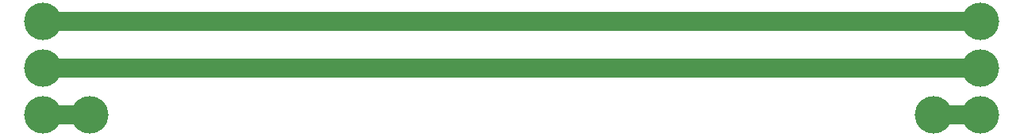
<source format=gbr>
G04 Three_conductor_PCB*
%FSLAX32Y32*%
%MOMM*%
%ADD10C,4.00*%
%ADD11C,2.00*%
D10*
G01*
X-05000Y-00500D03*
X05000Y-00500D03*
X05000Y00500D03*
X-05000Y00500D03*
X05000Y00000D03*
X-05000Y00000D03*
X04500Y-00500D03*
X-04500Y-00500D03*
D11*
X-05000Y00000D02*
X05000Y00000D01*
X-05000Y00500D02*
X05000Y00500D01*
X-05000Y-00500D02*
X-04500Y-00500D01*
X05000Y-00500D02*
X04500Y-00500D01*
M02*

</source>
